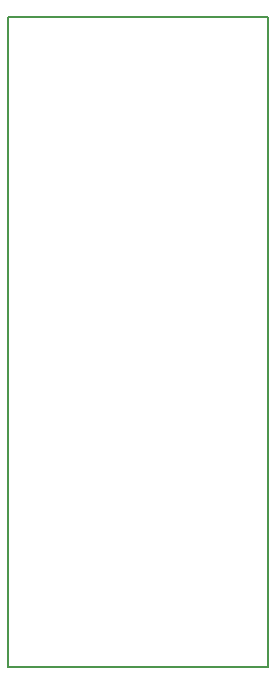
<source format=gm1>
G04 #@! TF.GenerationSoftware,KiCad,Pcbnew,(6.0.5)*
G04 #@! TF.CreationDate,2022-08-24T21:54:21+01:00*
G04 #@! TF.ProjectId,iel-adapter,69656c2d-6164-4617-9074-65722e6b6963,rev?*
G04 #@! TF.SameCoordinates,Original*
G04 #@! TF.FileFunction,Profile,NP*
%FSLAX46Y46*%
G04 Gerber Fmt 4.6, Leading zero omitted, Abs format (unit mm)*
G04 Created by KiCad (PCBNEW (6.0.5)) date 2022-08-24 21:54:21*
%MOMM*%
%LPD*%
G01*
G04 APERTURE LIST*
G04 #@! TA.AperFunction,Profile*
%ADD10C,0.200000*%
G04 #@! TD*
G04 APERTURE END LIST*
D10*
X155800000Y-50000000D02*
X177800000Y-50000000D01*
X177800000Y-50000000D02*
X177800000Y-105000000D01*
X177800000Y-105000000D02*
X155800000Y-105000000D01*
X155800000Y-105000000D02*
X155800000Y-50000000D01*
M02*

</source>
